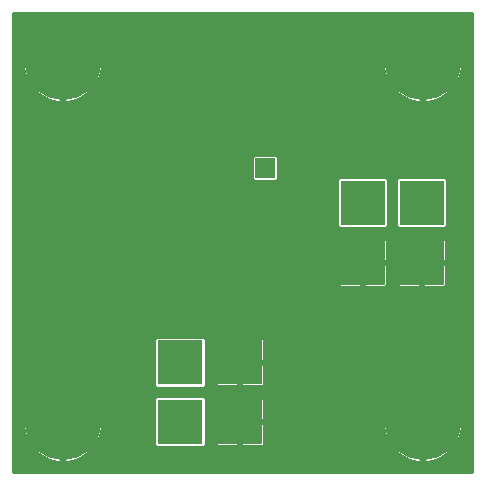
<source format=gbr>
G75*
G70*
%OFA0B0*%
%FSLAX24Y24*%
%IPPOS*%
%LPD*%
%AMOC8*
5,1,8,0,0,1.08239X$1,22.5*
%
%ADD10R,0.1500X0.1500*%
%ADD11C,0.2540*%
%ADD12R,0.0650X0.0650*%
%ADD13C,0.0100*%
%ADD14C,0.0278*%
%ADD15C,0.0357*%
D10*
X006354Y005661D03*
X006354Y007630D03*
X008354Y007630D03*
X008354Y005661D03*
X012448Y010960D03*
X012448Y012960D03*
X014417Y012960D03*
X014417Y010960D03*
D11*
X014448Y005630D03*
X014448Y017630D03*
X002448Y017630D03*
X002448Y005630D03*
D12*
X009189Y014102D03*
D13*
X000798Y019280D02*
X000798Y003980D01*
X016098Y003980D01*
X016098Y019280D01*
X000798Y019280D01*
X000798Y019193D02*
X016098Y019193D01*
X016098Y019094D02*
X000798Y019094D01*
X000798Y018996D02*
X016098Y018996D01*
X016098Y018897D02*
X014817Y018897D01*
X014770Y018912D02*
X014642Y018937D01*
X014513Y018950D01*
X014498Y018950D01*
X014498Y017680D01*
X014398Y017680D01*
X014398Y018950D01*
X014384Y018950D01*
X014255Y018937D01*
X014127Y018912D01*
X014003Y018874D01*
X013883Y018824D01*
X013769Y018763D01*
X013661Y018691D01*
X013561Y018609D01*
X013469Y018517D01*
X013387Y018417D01*
X013315Y018309D01*
X013254Y018195D01*
X013204Y018075D01*
X013166Y017951D01*
X013141Y017823D01*
X013128Y017694D01*
X013128Y017680D01*
X014398Y017680D01*
X014398Y017580D01*
X013128Y017580D01*
X013128Y017565D01*
X013141Y017436D01*
X013166Y017308D01*
X013204Y017184D01*
X013254Y017064D01*
X013315Y016950D01*
X013387Y016842D01*
X013469Y016742D01*
X013561Y016650D01*
X013661Y016568D01*
X013769Y016496D01*
X013883Y016435D01*
X014003Y016385D01*
X014127Y016348D01*
X014255Y016322D01*
X014384Y016310D01*
X014398Y016310D01*
X014398Y017580D01*
X014498Y017580D01*
X014498Y017680D01*
X015768Y017680D01*
X015768Y017694D01*
X015756Y017823D01*
X015730Y017951D01*
X015693Y018075D01*
X015643Y018195D01*
X015582Y018309D01*
X015510Y018417D01*
X015428Y018517D01*
X015336Y018609D01*
X015236Y018691D01*
X015128Y018763D01*
X015013Y018824D01*
X014894Y018874D01*
X014770Y018912D01*
X015061Y018799D02*
X016098Y018799D01*
X016098Y018700D02*
X015222Y018700D01*
X015343Y018602D02*
X016098Y018602D01*
X016098Y018503D02*
X015439Y018503D01*
X015518Y018405D02*
X016098Y018405D01*
X016098Y018306D02*
X015584Y018306D01*
X015636Y018208D02*
X016098Y018208D01*
X016098Y018109D02*
X015679Y018109D01*
X015712Y018011D02*
X016098Y018011D01*
X016098Y017912D02*
X015738Y017912D01*
X015757Y017814D02*
X016098Y017814D01*
X016098Y017715D02*
X015766Y017715D01*
X015768Y017580D02*
X014498Y017580D01*
X014498Y016310D01*
X014513Y016310D01*
X014642Y016322D01*
X014770Y016348D01*
X014894Y016385D01*
X015013Y016435D01*
X016098Y016435D01*
X016098Y016533D02*
X015183Y016533D01*
X015236Y016568D02*
X015336Y016650D01*
X015428Y016742D01*
X015510Y016842D01*
X015582Y016950D01*
X015643Y017064D01*
X015693Y017184D01*
X015730Y017308D01*
X015756Y017436D01*
X015768Y017565D01*
X015768Y017580D01*
X015764Y017518D02*
X016098Y017518D01*
X016098Y017420D02*
X015753Y017420D01*
X015733Y017321D02*
X016098Y017321D01*
X016098Y017223D02*
X015704Y017223D01*
X015668Y017124D02*
X016098Y017124D01*
X016098Y017026D02*
X015622Y017026D01*
X015567Y016927D02*
X016098Y016927D01*
X016098Y016829D02*
X015499Y016829D01*
X015416Y016730D02*
X016098Y016730D01*
X016098Y016632D02*
X015313Y016632D01*
X015236Y016568D02*
X015128Y016496D01*
X015013Y016435D01*
X014712Y016336D02*
X016098Y016336D01*
X016098Y016238D02*
X000798Y016238D01*
X000798Y016336D02*
X002185Y016336D01*
X002127Y016348D02*
X002255Y016322D01*
X002384Y016310D01*
X002398Y016310D01*
X002398Y017580D01*
X001128Y017580D01*
X001128Y017565D01*
X001141Y017436D01*
X001166Y017308D01*
X001204Y017184D01*
X001254Y017064D01*
X001315Y016950D01*
X001387Y016842D01*
X001469Y016742D01*
X001561Y016650D01*
X001661Y016568D01*
X001769Y016496D01*
X001883Y016435D01*
X002003Y016385D01*
X002127Y016348D01*
X001884Y016435D02*
X000798Y016435D01*
X000798Y016533D02*
X001713Y016533D01*
X001584Y016632D02*
X000798Y016632D01*
X000798Y016730D02*
X001481Y016730D01*
X001398Y016829D02*
X000798Y016829D01*
X000798Y016927D02*
X001330Y016927D01*
X001275Y017026D02*
X000798Y017026D01*
X000798Y017124D02*
X001229Y017124D01*
X001192Y017223D02*
X000798Y017223D01*
X000798Y017321D02*
X001164Y017321D01*
X001144Y017420D02*
X000798Y017420D01*
X000798Y017518D02*
X001133Y017518D01*
X001128Y017680D02*
X002398Y017680D01*
X002398Y018950D01*
X002384Y018950D01*
X002255Y018937D01*
X002127Y018912D01*
X002003Y018874D01*
X001883Y018824D01*
X001769Y018763D01*
X001661Y018691D01*
X001561Y018609D01*
X001469Y018517D01*
X001387Y018417D01*
X001315Y018309D01*
X001254Y018195D01*
X001204Y018075D01*
X001166Y017951D01*
X001141Y017823D01*
X001128Y017694D01*
X001128Y017680D01*
X001130Y017715D02*
X000798Y017715D01*
X000798Y017617D02*
X002398Y017617D01*
X002398Y017580D02*
X002398Y017680D01*
X002498Y017680D01*
X002498Y018950D01*
X002513Y018950D01*
X002642Y018937D01*
X002770Y018912D01*
X002894Y018874D01*
X003013Y018824D01*
X003128Y018763D01*
X003236Y018691D01*
X003336Y018609D01*
X003428Y018517D01*
X003510Y018417D01*
X003582Y018309D01*
X003643Y018195D01*
X003693Y018075D01*
X003730Y017951D01*
X003756Y017823D01*
X003768Y017694D01*
X003768Y017680D01*
X002498Y017680D01*
X002498Y017580D01*
X003768Y017580D01*
X003768Y017565D01*
X003756Y017436D01*
X003730Y017308D01*
X003693Y017184D01*
X003643Y017064D01*
X003582Y016950D01*
X003510Y016842D01*
X003428Y016742D01*
X003336Y016650D01*
X003236Y016568D01*
X003128Y016496D01*
X003013Y016435D01*
X013884Y016435D01*
X013713Y016533D02*
X003183Y016533D01*
X003313Y016632D02*
X013584Y016632D01*
X013481Y016730D02*
X003416Y016730D01*
X003499Y016829D02*
X013398Y016829D01*
X013330Y016927D02*
X003567Y016927D01*
X003622Y017026D02*
X013275Y017026D01*
X013229Y017124D02*
X003668Y017124D01*
X003704Y017223D02*
X013192Y017223D01*
X013164Y017321D02*
X003733Y017321D01*
X003753Y017420D02*
X013144Y017420D01*
X013133Y017518D02*
X003764Y017518D01*
X003766Y017715D02*
X013130Y017715D01*
X013140Y017814D02*
X003757Y017814D01*
X003738Y017912D02*
X013159Y017912D01*
X013185Y018011D02*
X003712Y018011D01*
X003679Y018109D02*
X013218Y018109D01*
X013261Y018208D02*
X003636Y018208D01*
X003584Y018306D02*
X013313Y018306D01*
X013379Y018405D02*
X003518Y018405D01*
X003439Y018503D02*
X013458Y018503D01*
X013554Y018602D02*
X003343Y018602D01*
X003222Y018700D02*
X013675Y018700D01*
X013835Y018799D02*
X003061Y018799D01*
X002817Y018897D02*
X014080Y018897D01*
X014398Y018897D02*
X014498Y018897D01*
X014498Y018799D02*
X014398Y018799D01*
X014398Y018700D02*
X014498Y018700D01*
X014498Y018602D02*
X014398Y018602D01*
X014398Y018503D02*
X014498Y018503D01*
X014498Y018405D02*
X014398Y018405D01*
X014398Y018306D02*
X014498Y018306D01*
X014498Y018208D02*
X014398Y018208D01*
X014398Y018109D02*
X014498Y018109D01*
X014498Y018011D02*
X014398Y018011D01*
X014398Y017912D02*
X014498Y017912D01*
X014498Y017814D02*
X014398Y017814D01*
X014398Y017715D02*
X014498Y017715D01*
X014498Y017617D02*
X016098Y017617D01*
X016098Y016139D02*
X000798Y016139D01*
X000798Y016041D02*
X016098Y016041D01*
X016098Y015942D02*
X000798Y015942D01*
X000798Y015844D02*
X016098Y015844D01*
X016098Y015745D02*
X000798Y015745D01*
X000798Y015647D02*
X016098Y015647D01*
X016098Y015548D02*
X000798Y015548D01*
X000798Y015450D02*
X016098Y015450D01*
X016098Y015351D02*
X000798Y015351D01*
X000798Y015253D02*
X016098Y015253D01*
X016098Y015154D02*
X000798Y015154D01*
X000798Y015056D02*
X016098Y015056D01*
X016098Y014957D02*
X000798Y014957D01*
X000798Y014859D02*
X016098Y014859D01*
X016098Y014760D02*
X000798Y014760D01*
X000798Y014662D02*
X016098Y014662D01*
X016098Y014563D02*
X000798Y014563D01*
X000798Y014465D02*
X008754Y014465D01*
X008754Y014473D02*
X008754Y013731D01*
X008818Y013667D01*
X009559Y013667D01*
X009624Y013731D01*
X009624Y014473D01*
X009559Y014537D01*
X008818Y014537D01*
X008754Y014473D01*
X008754Y014366D02*
X000798Y014366D01*
X000798Y014268D02*
X008754Y014268D01*
X008754Y014169D02*
X000798Y014169D01*
X000798Y014071D02*
X008754Y014071D01*
X008754Y013972D02*
X000798Y013972D01*
X000798Y013874D02*
X008754Y013874D01*
X008754Y013775D02*
X000798Y013775D01*
X000798Y013677D02*
X008808Y013677D01*
X009569Y013677D02*
X011588Y013677D01*
X011588Y013756D02*
X011653Y013820D01*
X013244Y013820D01*
X013308Y013756D01*
X013308Y012165D01*
X013244Y012100D01*
X011653Y012100D01*
X011588Y012165D01*
X011588Y013756D01*
X011608Y013775D02*
X009624Y013775D01*
X009624Y013874D02*
X016098Y013874D01*
X016098Y013972D02*
X009624Y013972D01*
X009624Y014071D02*
X016098Y014071D01*
X016098Y014169D02*
X009624Y014169D01*
X009624Y014268D02*
X016098Y014268D01*
X016098Y014366D02*
X009624Y014366D01*
X009624Y014465D02*
X016098Y014465D01*
X016098Y013775D02*
X015258Y013775D01*
X015277Y013756D02*
X015212Y013820D01*
X013621Y013820D01*
X013557Y013756D01*
X013557Y012165D01*
X013621Y012100D01*
X015212Y012100D01*
X015277Y012165D01*
X015277Y013756D01*
X015277Y013677D02*
X016098Y013677D01*
X016098Y013578D02*
X015277Y013578D01*
X015277Y013480D02*
X016098Y013480D01*
X016098Y013381D02*
X015277Y013381D01*
X015277Y013283D02*
X016098Y013283D01*
X016098Y013184D02*
X015277Y013184D01*
X015277Y013086D02*
X016098Y013086D01*
X016098Y012987D02*
X015277Y012987D01*
X015277Y012889D02*
X016098Y012889D01*
X016098Y012790D02*
X015277Y012790D01*
X015277Y012692D02*
X016098Y012692D01*
X016098Y012593D02*
X015277Y012593D01*
X015277Y012495D02*
X016098Y012495D01*
X016098Y012396D02*
X015277Y012396D01*
X015277Y012298D02*
X016098Y012298D01*
X016098Y012199D02*
X015277Y012199D01*
X015213Y012101D02*
X016098Y012101D01*
X016098Y012002D02*
X000798Y012002D01*
X000798Y011904D02*
X016098Y011904D01*
X016098Y011805D02*
X000798Y011805D01*
X000798Y011707D02*
X011648Y011707D01*
X011648Y011720D02*
X011648Y011010D01*
X012398Y011010D01*
X012398Y010910D01*
X011648Y010910D01*
X011648Y010200D01*
X011656Y010182D01*
X011670Y010168D01*
X011688Y010160D01*
X012398Y010160D01*
X012398Y010910D01*
X012498Y010910D01*
X012498Y010160D01*
X013208Y010160D01*
X013227Y010168D01*
X013241Y010182D01*
X013248Y010200D01*
X013248Y010910D01*
X012498Y010910D01*
X012498Y011010D01*
X012398Y011010D01*
X012398Y011760D01*
X011688Y011760D01*
X011670Y011753D01*
X011656Y011739D01*
X011648Y011720D01*
X011648Y011608D02*
X000798Y011608D01*
X000798Y011510D02*
X011648Y011510D01*
X011648Y011411D02*
X000798Y011411D01*
X000798Y011313D02*
X011648Y011313D01*
X011648Y011214D02*
X000798Y011214D01*
X000798Y011116D02*
X011648Y011116D01*
X011648Y011017D02*
X000798Y011017D01*
X000798Y010919D02*
X012398Y010919D01*
X012398Y011017D02*
X012498Y011017D01*
X012498Y011010D02*
X012498Y011760D01*
X013208Y011760D01*
X013227Y011753D01*
X013241Y011739D01*
X013248Y011720D01*
X013248Y011010D01*
X012498Y011010D01*
X012498Y010919D02*
X014367Y010919D01*
X014367Y010910D02*
X013617Y010910D01*
X013617Y010200D01*
X013625Y010182D01*
X013639Y010168D01*
X013657Y010160D01*
X014367Y010160D01*
X014367Y010910D01*
X014467Y010910D01*
X014467Y010160D01*
X015177Y010160D01*
X015195Y010168D01*
X015209Y010182D01*
X015217Y010200D01*
X015217Y010910D01*
X014467Y010910D01*
X014467Y011010D01*
X015217Y011010D01*
X015217Y011720D01*
X015209Y011739D01*
X015195Y011753D01*
X015177Y011760D01*
X014467Y011760D01*
X014467Y011010D01*
X014367Y011010D01*
X014367Y010910D01*
X014367Y010820D02*
X014467Y010820D01*
X014467Y010722D02*
X014367Y010722D01*
X014367Y010623D02*
X014467Y010623D01*
X014467Y010525D02*
X014367Y010525D01*
X014367Y010426D02*
X014467Y010426D01*
X014467Y010328D02*
X014367Y010328D01*
X014367Y010229D02*
X014467Y010229D01*
X014467Y010919D02*
X016098Y010919D01*
X016098Y011017D02*
X015217Y011017D01*
X015217Y011116D02*
X016098Y011116D01*
X016098Y011214D02*
X015217Y011214D01*
X015217Y011313D02*
X016098Y011313D01*
X016098Y011411D02*
X015217Y011411D01*
X015217Y011510D02*
X016098Y011510D01*
X016098Y011608D02*
X015217Y011608D01*
X015217Y011707D02*
X016098Y011707D01*
X016098Y010820D02*
X015217Y010820D01*
X015217Y010722D02*
X016098Y010722D01*
X016098Y010623D02*
X015217Y010623D01*
X015217Y010525D02*
X016098Y010525D01*
X016098Y010426D02*
X015217Y010426D01*
X015217Y010328D02*
X016098Y010328D01*
X016098Y010229D02*
X015217Y010229D01*
X016098Y010131D02*
X000798Y010131D01*
X000798Y010229D02*
X011648Y010229D01*
X011648Y010328D02*
X000798Y010328D01*
X000798Y010426D02*
X011648Y010426D01*
X011648Y010525D02*
X000798Y010525D01*
X000798Y010623D02*
X011648Y010623D01*
X011648Y010722D02*
X000798Y010722D01*
X000798Y010820D02*
X011648Y010820D01*
X012398Y010820D02*
X012498Y010820D01*
X012498Y010722D02*
X012398Y010722D01*
X012398Y010623D02*
X012498Y010623D01*
X012498Y010525D02*
X012398Y010525D01*
X012398Y010426D02*
X012498Y010426D01*
X012498Y010328D02*
X012398Y010328D01*
X012398Y010229D02*
X012498Y010229D01*
X013248Y010229D02*
X013617Y010229D01*
X013617Y010328D02*
X013248Y010328D01*
X013248Y010426D02*
X013617Y010426D01*
X013617Y010525D02*
X013248Y010525D01*
X013248Y010623D02*
X013617Y010623D01*
X013617Y010722D02*
X013248Y010722D01*
X013248Y010820D02*
X013617Y010820D01*
X013617Y011010D02*
X014367Y011010D01*
X014367Y011760D01*
X013657Y011760D01*
X013639Y011753D01*
X013625Y011739D01*
X013617Y011720D01*
X013617Y011010D01*
X013617Y011017D02*
X013248Y011017D01*
X013248Y011116D02*
X013617Y011116D01*
X013617Y011214D02*
X013248Y011214D01*
X013248Y011313D02*
X013617Y011313D01*
X013617Y011411D02*
X013248Y011411D01*
X013248Y011510D02*
X013617Y011510D01*
X013617Y011608D02*
X013248Y011608D01*
X013248Y011707D02*
X013617Y011707D01*
X013621Y012101D02*
X013244Y012101D01*
X013308Y012199D02*
X013557Y012199D01*
X013557Y012298D02*
X013308Y012298D01*
X013308Y012396D02*
X013557Y012396D01*
X013557Y012495D02*
X013308Y012495D01*
X013308Y012593D02*
X013557Y012593D01*
X013557Y012692D02*
X013308Y012692D01*
X013308Y012790D02*
X013557Y012790D01*
X013557Y012889D02*
X013308Y012889D01*
X013308Y012987D02*
X013557Y012987D01*
X013557Y013086D02*
X013308Y013086D01*
X013308Y013184D02*
X013557Y013184D01*
X013557Y013283D02*
X013308Y013283D01*
X013308Y013381D02*
X013557Y013381D01*
X013557Y013480D02*
X013308Y013480D01*
X013308Y013578D02*
X013557Y013578D01*
X013557Y013677D02*
X013308Y013677D01*
X013289Y013775D02*
X013576Y013775D01*
X014367Y011707D02*
X014467Y011707D01*
X014467Y011608D02*
X014367Y011608D01*
X014367Y011510D02*
X014467Y011510D01*
X014467Y011411D02*
X014367Y011411D01*
X014367Y011313D02*
X014467Y011313D01*
X014467Y011214D02*
X014367Y011214D01*
X014367Y011116D02*
X014467Y011116D01*
X014467Y011017D02*
X014367Y011017D01*
X016098Y010032D02*
X000798Y010032D01*
X000798Y009934D02*
X016098Y009934D01*
X016098Y009835D02*
X000798Y009835D01*
X000798Y009737D02*
X016098Y009737D01*
X016098Y009638D02*
X000798Y009638D01*
X000798Y009540D02*
X016098Y009540D01*
X016098Y009441D02*
X000798Y009441D01*
X000798Y009343D02*
X016098Y009343D01*
X016098Y009244D02*
X000798Y009244D01*
X000798Y009146D02*
X016098Y009146D01*
X016098Y009047D02*
X000798Y009047D01*
X000798Y008949D02*
X016098Y008949D01*
X016098Y008850D02*
X000798Y008850D01*
X000798Y008752D02*
X016098Y008752D01*
X016098Y008653D02*
X000798Y008653D01*
X000798Y008555D02*
X016098Y008555D01*
X016098Y008456D02*
X007183Y008456D01*
X007214Y008425D02*
X007150Y008490D01*
X005558Y008490D01*
X005494Y008425D01*
X005494Y006834D01*
X005558Y006770D01*
X007150Y006770D01*
X007214Y006834D01*
X007214Y008425D01*
X007214Y008358D02*
X007554Y008358D01*
X007554Y008389D02*
X007554Y007680D01*
X008304Y007680D01*
X008304Y008430D01*
X007594Y008430D01*
X007576Y008422D01*
X007562Y008408D01*
X007554Y008389D01*
X007554Y008259D02*
X007214Y008259D01*
X007214Y008161D02*
X007554Y008161D01*
X007554Y008062D02*
X007214Y008062D01*
X007214Y007964D02*
X007554Y007964D01*
X007554Y007865D02*
X007214Y007865D01*
X007214Y007767D02*
X007554Y007767D01*
X007554Y007580D02*
X007554Y006870D01*
X007562Y006851D01*
X007576Y006837D01*
X007594Y006830D01*
X008304Y006830D01*
X008304Y007580D01*
X007554Y007580D01*
X007554Y007570D02*
X007214Y007570D01*
X007214Y007668D02*
X008304Y007668D01*
X008304Y007680D02*
X008304Y007580D01*
X008404Y007580D01*
X008404Y007680D01*
X008304Y007680D01*
X008304Y007767D02*
X008404Y007767D01*
X008404Y007680D02*
X008404Y008430D01*
X009114Y008430D01*
X009132Y008422D01*
X009146Y008408D01*
X009154Y008389D01*
X009154Y007680D01*
X008404Y007680D01*
X008404Y007668D02*
X016098Y007668D01*
X016098Y007570D02*
X009154Y007570D01*
X009154Y007580D02*
X008404Y007580D01*
X008404Y006830D01*
X009114Y006830D01*
X009132Y006837D01*
X009146Y006851D01*
X009154Y006870D01*
X009154Y007580D01*
X009154Y007471D02*
X016098Y007471D01*
X016098Y007373D02*
X009154Y007373D01*
X009154Y007274D02*
X016098Y007274D01*
X016098Y007176D02*
X009154Y007176D01*
X009154Y007077D02*
X016098Y007077D01*
X016098Y006979D02*
X009154Y006979D01*
X009154Y006880D02*
X014024Y006880D01*
X014003Y006874D02*
X013883Y006824D01*
X013769Y006763D01*
X013661Y006691D01*
X013561Y006609D01*
X013469Y006517D01*
X013387Y006417D01*
X013315Y006309D01*
X013254Y006195D01*
X013204Y006075D01*
X013166Y005951D01*
X013141Y005823D01*
X013128Y005694D01*
X013128Y005680D01*
X014398Y005680D01*
X014398Y006950D01*
X014384Y006950D01*
X014255Y006937D01*
X014127Y006912D01*
X014003Y006874D01*
X013803Y006782D02*
X007162Y006782D01*
X007214Y006880D02*
X007554Y006880D01*
X007554Y006979D02*
X007214Y006979D01*
X007214Y007077D02*
X007554Y007077D01*
X007554Y007176D02*
X007214Y007176D01*
X007214Y007274D02*
X007554Y007274D01*
X007554Y007373D02*
X007214Y007373D01*
X007214Y007471D02*
X007554Y007471D01*
X008304Y007471D02*
X008404Y007471D01*
X008404Y007373D02*
X008304Y007373D01*
X008304Y007274D02*
X008404Y007274D01*
X008404Y007176D02*
X008304Y007176D01*
X008304Y007077D02*
X008404Y007077D01*
X008404Y006979D02*
X008304Y006979D01*
X008304Y006880D02*
X008404Y006880D01*
X008404Y006461D02*
X008404Y005711D01*
X009154Y005711D01*
X009154Y006421D01*
X009146Y006439D01*
X009132Y006453D01*
X009114Y006461D01*
X008404Y006461D01*
X008404Y006388D02*
X008304Y006388D01*
X008304Y006461D02*
X007594Y006461D01*
X007576Y006453D01*
X007562Y006439D01*
X007554Y006421D01*
X007554Y005711D01*
X008304Y005711D01*
X008304Y006461D01*
X008304Y006289D02*
X008404Y006289D01*
X008404Y006191D02*
X008304Y006191D01*
X008304Y006092D02*
X008404Y006092D01*
X008404Y005994D02*
X008304Y005994D01*
X008304Y005895D02*
X008404Y005895D01*
X008404Y005797D02*
X008304Y005797D01*
X008304Y005711D02*
X008404Y005711D01*
X008404Y005611D01*
X009154Y005611D01*
X009154Y004901D01*
X009146Y004883D01*
X009132Y004869D01*
X009114Y004861D01*
X008404Y004861D01*
X008404Y005611D01*
X008304Y005611D01*
X008304Y004861D01*
X007594Y004861D01*
X007576Y004869D01*
X007562Y004883D01*
X007554Y004901D01*
X007554Y005611D01*
X008304Y005611D01*
X008304Y005711D01*
X008304Y005698D02*
X007214Y005698D01*
X007214Y005600D02*
X007554Y005600D01*
X007554Y005501D02*
X007214Y005501D01*
X007214Y005403D02*
X007554Y005403D01*
X007554Y005304D02*
X007214Y005304D01*
X007214Y005206D02*
X007554Y005206D01*
X007554Y005107D02*
X007214Y005107D01*
X007214Y005009D02*
X007554Y005009D01*
X007554Y004910D02*
X007214Y004910D01*
X007214Y004865D02*
X007214Y006457D01*
X007150Y006521D01*
X005558Y006521D01*
X005494Y006457D01*
X005494Y004865D01*
X005558Y004801D01*
X007150Y004801D01*
X007214Y004865D01*
X007160Y004812D02*
X013412Y004812D01*
X013387Y004842D02*
X013469Y004742D01*
X013561Y004650D01*
X013661Y004568D01*
X013769Y004496D01*
X013883Y004435D01*
X014003Y004385D01*
X014127Y004348D01*
X014255Y004322D01*
X014384Y004310D01*
X014398Y004310D01*
X014398Y005580D01*
X013128Y005580D01*
X013128Y005565D01*
X013141Y005436D01*
X013166Y005308D01*
X013204Y005184D01*
X013254Y005064D01*
X013315Y004950D01*
X013387Y004842D01*
X013342Y004910D02*
X009154Y004910D01*
X009154Y005009D02*
X013284Y005009D01*
X013236Y005107D02*
X009154Y005107D01*
X009154Y005206D02*
X013198Y005206D01*
X013168Y005304D02*
X009154Y005304D01*
X009154Y005403D02*
X013148Y005403D01*
X013135Y005501D02*
X009154Y005501D01*
X009154Y005600D02*
X014398Y005600D01*
X014398Y005580D02*
X014398Y005680D01*
X014498Y005680D01*
X014498Y006950D01*
X014513Y006950D01*
X014642Y006937D01*
X014770Y006912D01*
X014894Y006874D01*
X015013Y006824D01*
X015128Y006763D01*
X015236Y006691D01*
X015336Y006609D01*
X015428Y006517D01*
X015510Y006417D01*
X015582Y006309D01*
X015643Y006195D01*
X015693Y006075D01*
X015730Y005951D01*
X015756Y005823D01*
X015768Y005694D01*
X015768Y005680D01*
X014498Y005680D01*
X014498Y005580D01*
X015768Y005580D01*
X015768Y005565D01*
X015756Y005436D01*
X015730Y005308D01*
X015693Y005184D01*
X015643Y005064D01*
X015582Y004950D01*
X015510Y004842D01*
X015428Y004742D01*
X015336Y004650D01*
X015236Y004568D01*
X015128Y004496D01*
X015013Y004435D01*
X014894Y004385D01*
X014770Y004348D01*
X014642Y004322D01*
X014513Y004310D01*
X014498Y004310D01*
X014498Y005580D01*
X014398Y005580D01*
X014398Y005501D02*
X014498Y005501D01*
X014498Y005403D02*
X014398Y005403D01*
X014398Y005304D02*
X014498Y005304D01*
X014498Y005206D02*
X014398Y005206D01*
X014398Y005107D02*
X014498Y005107D01*
X014498Y005009D02*
X014398Y005009D01*
X014398Y004910D02*
X014498Y004910D01*
X014498Y004812D02*
X014398Y004812D01*
X014398Y004713D02*
X014498Y004713D01*
X014498Y004615D02*
X014398Y004615D01*
X014398Y004516D02*
X014498Y004516D01*
X014498Y004418D02*
X014398Y004418D01*
X014398Y004319D02*
X014498Y004319D01*
X014610Y004319D02*
X016098Y004319D01*
X016098Y004221D02*
X000798Y004221D01*
X000798Y004319D02*
X002287Y004319D01*
X002255Y004322D02*
X002384Y004310D01*
X002398Y004310D01*
X002398Y005580D01*
X001128Y005580D01*
X001128Y005565D01*
X001141Y005436D01*
X001166Y005308D01*
X001204Y005184D01*
X001254Y005064D01*
X001315Y004950D01*
X001387Y004842D01*
X001469Y004742D01*
X001561Y004650D01*
X001661Y004568D01*
X001769Y004496D01*
X001883Y004435D01*
X002003Y004385D01*
X002127Y004348D01*
X002255Y004322D01*
X002398Y004319D02*
X002498Y004319D01*
X002498Y004310D02*
X002513Y004310D01*
X002642Y004322D01*
X002770Y004348D01*
X002894Y004385D01*
X003013Y004435D01*
X003128Y004496D01*
X003236Y004568D01*
X003336Y004650D01*
X003428Y004742D01*
X003510Y004842D01*
X003582Y004950D01*
X003643Y005064D01*
X003693Y005184D01*
X003730Y005308D01*
X003756Y005436D01*
X003768Y005565D01*
X003768Y005580D01*
X002498Y005580D01*
X002498Y005680D01*
X002398Y005680D01*
X002398Y006950D01*
X002384Y006950D01*
X002255Y006937D01*
X002127Y006912D01*
X002003Y006874D01*
X001883Y006824D01*
X001769Y006763D01*
X001661Y006691D01*
X001561Y006609D01*
X001469Y006517D01*
X001387Y006417D01*
X001315Y006309D01*
X001254Y006195D01*
X001204Y006075D01*
X001166Y005951D01*
X001141Y005823D01*
X001128Y005694D01*
X001128Y005680D01*
X002398Y005680D01*
X002398Y005580D01*
X002498Y005580D01*
X002498Y004310D01*
X002498Y004418D02*
X002398Y004418D01*
X002398Y004516D02*
X002498Y004516D01*
X002498Y004615D02*
X002398Y004615D01*
X002398Y004713D02*
X002498Y004713D01*
X002498Y004812D02*
X002398Y004812D01*
X002398Y004910D02*
X002498Y004910D01*
X002498Y005009D02*
X002398Y005009D01*
X002398Y005107D02*
X002498Y005107D01*
X002498Y005206D02*
X002398Y005206D01*
X002398Y005304D02*
X002498Y005304D01*
X002498Y005403D02*
X002398Y005403D01*
X002398Y005501D02*
X002498Y005501D01*
X002498Y005600D02*
X005494Y005600D01*
X005494Y005698D02*
X003768Y005698D01*
X003768Y005694D02*
X003756Y005823D01*
X003730Y005951D01*
X003693Y006075D01*
X003643Y006195D01*
X003582Y006309D01*
X003510Y006417D01*
X003428Y006517D01*
X003336Y006609D01*
X003236Y006691D01*
X003128Y006763D01*
X003013Y006824D01*
X002894Y006874D01*
X002770Y006912D01*
X002642Y006937D01*
X002513Y006950D01*
X002498Y006950D01*
X002498Y005680D01*
X003768Y005680D01*
X003768Y005694D01*
X003758Y005797D02*
X005494Y005797D01*
X005494Y005895D02*
X003741Y005895D01*
X003717Y005994D02*
X005494Y005994D01*
X005494Y006092D02*
X003686Y006092D01*
X003645Y006191D02*
X005494Y006191D01*
X005494Y006289D02*
X003593Y006289D01*
X003529Y006388D02*
X005494Y006388D01*
X005523Y006486D02*
X003453Y006486D01*
X003360Y006585D02*
X013537Y006585D01*
X013444Y006486D02*
X007184Y006486D01*
X007214Y006388D02*
X007554Y006388D01*
X007554Y006289D02*
X007214Y006289D01*
X007214Y006191D02*
X007554Y006191D01*
X007554Y006092D02*
X007214Y006092D01*
X007214Y005994D02*
X007554Y005994D01*
X007554Y005895D02*
X007214Y005895D01*
X007214Y005797D02*
X007554Y005797D01*
X008304Y005600D02*
X008404Y005600D01*
X008404Y005698D02*
X013129Y005698D01*
X013138Y005797D02*
X009154Y005797D01*
X009154Y005895D02*
X013155Y005895D01*
X013179Y005994D02*
X009154Y005994D01*
X009154Y006092D02*
X013211Y006092D01*
X013252Y006191D02*
X009154Y006191D01*
X009154Y006289D02*
X013304Y006289D01*
X013367Y006388D02*
X009154Y006388D01*
X008404Y005501D02*
X008304Y005501D01*
X008304Y005403D02*
X008404Y005403D01*
X008404Y005304D02*
X008304Y005304D01*
X008304Y005206D02*
X008404Y005206D01*
X008404Y005107D02*
X008304Y005107D01*
X008304Y005009D02*
X008404Y005009D01*
X008404Y004910D02*
X008304Y004910D01*
X008304Y007570D02*
X008404Y007570D01*
X008404Y007865D02*
X008304Y007865D01*
X008304Y007964D02*
X008404Y007964D01*
X008404Y008062D02*
X008304Y008062D01*
X008304Y008161D02*
X008404Y008161D01*
X008404Y008259D02*
X008304Y008259D01*
X008304Y008358D02*
X008404Y008358D01*
X009154Y008358D02*
X016098Y008358D01*
X016098Y008259D02*
X009154Y008259D01*
X009154Y008161D02*
X016098Y008161D01*
X016098Y008062D02*
X009154Y008062D01*
X009154Y007964D02*
X016098Y007964D01*
X016098Y007865D02*
X009154Y007865D01*
X009154Y007767D02*
X016098Y007767D01*
X016098Y006880D02*
X014873Y006880D01*
X015093Y006782D02*
X016098Y006782D01*
X016098Y006683D02*
X015245Y006683D01*
X015360Y006585D02*
X016098Y006585D01*
X016098Y006486D02*
X015453Y006486D01*
X015529Y006388D02*
X016098Y006388D01*
X016098Y006289D02*
X015593Y006289D01*
X015645Y006191D02*
X016098Y006191D01*
X016098Y006092D02*
X015686Y006092D01*
X015717Y005994D02*
X016098Y005994D01*
X016098Y005895D02*
X015741Y005895D01*
X015758Y005797D02*
X016098Y005797D01*
X016098Y005698D02*
X015768Y005698D01*
X015762Y005501D02*
X016098Y005501D01*
X016098Y005403D02*
X015749Y005403D01*
X015729Y005304D02*
X016098Y005304D01*
X016098Y005206D02*
X015699Y005206D01*
X015661Y005107D02*
X016098Y005107D01*
X016098Y005009D02*
X015613Y005009D01*
X015555Y004910D02*
X016098Y004910D01*
X016098Y004812D02*
X015485Y004812D01*
X015399Y004713D02*
X016098Y004713D01*
X016098Y004615D02*
X015292Y004615D01*
X015158Y004516D02*
X016098Y004516D01*
X016098Y004418D02*
X014972Y004418D01*
X014287Y004319D02*
X002610Y004319D01*
X002972Y004418D02*
X013925Y004418D01*
X013739Y004516D02*
X003158Y004516D01*
X003292Y004615D02*
X013604Y004615D01*
X013498Y004713D02*
X003399Y004713D01*
X003485Y004812D02*
X005548Y004812D01*
X005494Y004910D02*
X003555Y004910D01*
X003613Y005009D02*
X005494Y005009D01*
X005494Y005107D02*
X003661Y005107D01*
X003699Y005206D02*
X005494Y005206D01*
X005494Y005304D02*
X003729Y005304D01*
X003749Y005403D02*
X005494Y005403D01*
X005494Y005501D02*
X003762Y005501D01*
X003245Y006683D02*
X013651Y006683D01*
X014398Y006683D02*
X014498Y006683D01*
X014498Y006585D02*
X014398Y006585D01*
X014398Y006486D02*
X014498Y006486D01*
X014498Y006388D02*
X014398Y006388D01*
X014398Y006289D02*
X014498Y006289D01*
X014498Y006191D02*
X014398Y006191D01*
X014398Y006092D02*
X014498Y006092D01*
X014498Y005994D02*
X014398Y005994D01*
X014398Y005895D02*
X014498Y005895D01*
X014498Y005797D02*
X014398Y005797D01*
X014398Y005698D02*
X014498Y005698D01*
X014498Y005600D02*
X016098Y005600D01*
X016098Y004122D02*
X000798Y004122D01*
X000798Y004024D02*
X016098Y004024D01*
X014498Y006782D02*
X014398Y006782D01*
X014398Y006880D02*
X014498Y006880D01*
X012498Y011116D02*
X012398Y011116D01*
X012398Y011214D02*
X012498Y011214D01*
X012498Y011313D02*
X012398Y011313D01*
X012398Y011411D02*
X012498Y011411D01*
X012498Y011510D02*
X012398Y011510D01*
X012398Y011608D02*
X012498Y011608D01*
X012498Y011707D02*
X012398Y011707D01*
X011653Y012101D02*
X000798Y012101D01*
X000798Y012199D02*
X011588Y012199D01*
X011588Y012298D02*
X000798Y012298D01*
X000798Y012396D02*
X011588Y012396D01*
X011588Y012495D02*
X000798Y012495D01*
X000798Y012593D02*
X011588Y012593D01*
X011588Y012692D02*
X000798Y012692D01*
X000798Y012790D02*
X011588Y012790D01*
X011588Y012889D02*
X000798Y012889D01*
X000798Y012987D02*
X011588Y012987D01*
X011588Y013086D02*
X000798Y013086D01*
X000798Y013184D02*
X011588Y013184D01*
X011588Y013283D02*
X000798Y013283D01*
X000798Y013381D02*
X011588Y013381D01*
X011588Y013480D02*
X000798Y013480D01*
X000798Y013578D02*
X011588Y013578D01*
X014185Y016336D02*
X002712Y016336D01*
X002770Y016348D02*
X002894Y016385D01*
X003013Y016435D01*
X002770Y016348D02*
X002642Y016322D01*
X002513Y016310D01*
X002498Y016310D01*
X002498Y017580D01*
X002398Y017580D01*
X002398Y017518D02*
X002498Y017518D01*
X002498Y017420D02*
X002398Y017420D01*
X002398Y017321D02*
X002498Y017321D01*
X002498Y017223D02*
X002398Y017223D01*
X002398Y017124D02*
X002498Y017124D01*
X002498Y017026D02*
X002398Y017026D01*
X002398Y016927D02*
X002498Y016927D01*
X002498Y016829D02*
X002398Y016829D01*
X002398Y016730D02*
X002498Y016730D01*
X002498Y016632D02*
X002398Y016632D01*
X002398Y016533D02*
X002498Y016533D01*
X002498Y016435D02*
X002398Y016435D01*
X002398Y016336D02*
X002498Y016336D01*
X002498Y017617D02*
X014398Y017617D01*
X014398Y017518D02*
X014498Y017518D01*
X014498Y017420D02*
X014398Y017420D01*
X014398Y017321D02*
X014498Y017321D01*
X014498Y017223D02*
X014398Y017223D01*
X014398Y017124D02*
X014498Y017124D01*
X014498Y017026D02*
X014398Y017026D01*
X014398Y016927D02*
X014498Y016927D01*
X014498Y016829D02*
X014398Y016829D01*
X014398Y016730D02*
X014498Y016730D01*
X014498Y016632D02*
X014398Y016632D01*
X014398Y016533D02*
X014498Y016533D01*
X014498Y016435D02*
X014398Y016435D01*
X014398Y016336D02*
X014498Y016336D01*
X005525Y008456D02*
X000798Y008456D01*
X000798Y008358D02*
X005494Y008358D01*
X005494Y008259D02*
X000798Y008259D01*
X000798Y008161D02*
X005494Y008161D01*
X005494Y008062D02*
X000798Y008062D01*
X000798Y007964D02*
X005494Y007964D01*
X005494Y007865D02*
X000798Y007865D01*
X000798Y007767D02*
X005494Y007767D01*
X005494Y007668D02*
X000798Y007668D01*
X000798Y007570D02*
X005494Y007570D01*
X005494Y007471D02*
X000798Y007471D01*
X000798Y007373D02*
X005494Y007373D01*
X005494Y007274D02*
X000798Y007274D01*
X000798Y007176D02*
X005494Y007176D01*
X005494Y007077D02*
X000798Y007077D01*
X000798Y006979D02*
X005494Y006979D01*
X005494Y006880D02*
X002873Y006880D01*
X003093Y006782D02*
X005546Y006782D01*
X002498Y006782D02*
X002398Y006782D01*
X002398Y006880D02*
X002498Y006880D01*
X002498Y006683D02*
X002398Y006683D01*
X002398Y006585D02*
X002498Y006585D01*
X002498Y006486D02*
X002398Y006486D01*
X002398Y006388D02*
X002498Y006388D01*
X002498Y006289D02*
X002398Y006289D01*
X002398Y006191D02*
X002498Y006191D01*
X002498Y006092D02*
X002398Y006092D01*
X002398Y005994D02*
X002498Y005994D01*
X002498Y005895D02*
X002398Y005895D01*
X002398Y005797D02*
X002498Y005797D01*
X002498Y005698D02*
X002398Y005698D01*
X002398Y005600D02*
X000798Y005600D01*
X000798Y005698D02*
X001129Y005698D01*
X001138Y005797D02*
X000798Y005797D01*
X000798Y005895D02*
X001155Y005895D01*
X001179Y005994D02*
X000798Y005994D01*
X000798Y006092D02*
X001211Y006092D01*
X001252Y006191D02*
X000798Y006191D01*
X000798Y006289D02*
X001304Y006289D01*
X001367Y006388D02*
X000798Y006388D01*
X000798Y006486D02*
X001444Y006486D01*
X001537Y006585D02*
X000798Y006585D01*
X000798Y006683D02*
X001651Y006683D01*
X001803Y006782D02*
X000798Y006782D01*
X000798Y006880D02*
X002024Y006880D01*
X001135Y005501D02*
X000798Y005501D01*
X000798Y005403D02*
X001148Y005403D01*
X001168Y005304D02*
X000798Y005304D01*
X000798Y005206D02*
X001198Y005206D01*
X001236Y005107D02*
X000798Y005107D01*
X000798Y005009D02*
X001284Y005009D01*
X001342Y004910D02*
X000798Y004910D01*
X000798Y004812D02*
X001412Y004812D01*
X001498Y004713D02*
X000798Y004713D01*
X000798Y004615D02*
X001604Y004615D01*
X001739Y004516D02*
X000798Y004516D01*
X000798Y004418D02*
X001925Y004418D01*
X002398Y017715D02*
X002498Y017715D01*
X002498Y017814D02*
X002398Y017814D01*
X002398Y017912D02*
X002498Y017912D01*
X002498Y018011D02*
X002398Y018011D01*
X002398Y018109D02*
X002498Y018109D01*
X002498Y018208D02*
X002398Y018208D01*
X002398Y018306D02*
X002498Y018306D01*
X002498Y018405D02*
X002398Y018405D01*
X002398Y018503D02*
X002498Y018503D01*
X002498Y018602D02*
X002398Y018602D01*
X002398Y018700D02*
X002498Y018700D01*
X002498Y018799D02*
X002398Y018799D01*
X002398Y018897D02*
X002498Y018897D01*
X002080Y018897D02*
X000798Y018897D01*
X000798Y018799D02*
X001835Y018799D01*
X001675Y018700D02*
X000798Y018700D01*
X000798Y018602D02*
X001554Y018602D01*
X001458Y018503D02*
X000798Y018503D01*
X000798Y018405D02*
X001379Y018405D01*
X001313Y018306D02*
X000798Y018306D01*
X000798Y018208D02*
X001261Y018208D01*
X001218Y018109D02*
X000798Y018109D01*
X000798Y018011D02*
X001185Y018011D01*
X001159Y017912D02*
X000798Y017912D01*
X000798Y017814D02*
X001140Y017814D01*
D14*
X007220Y014259D03*
X007220Y013866D03*
X007614Y013866D03*
X008007Y013866D03*
X008007Y013472D03*
X007614Y013472D03*
X007220Y013472D03*
X008007Y013078D03*
X008401Y013078D03*
X008401Y013472D03*
X008401Y013866D03*
X008795Y013472D03*
X009189Y013472D03*
D15*
X009897Y012488D03*
X010488Y011897D03*
X011078Y011897D03*
X011078Y010126D03*
X010488Y010126D03*
X009897Y010126D03*
X009897Y009535D03*
X009897Y008944D03*
X009897Y008354D03*
X009897Y008354D03*
X009897Y007763D03*
X009897Y007173D03*
X010488Y007173D03*
X010488Y007763D03*
X010488Y008354D03*
X011039Y008354D03*
X011078Y008944D03*
X011078Y009535D03*
X010488Y009535D03*
X010488Y008944D03*
X011669Y008944D03*
X011669Y009535D03*
X012259Y009535D03*
X012850Y009535D03*
X013441Y009535D03*
X014031Y009535D03*
X014543Y009535D03*
X015055Y009535D03*
X015567Y009535D03*
X015803Y014259D03*
X015212Y014259D03*
X014622Y014259D03*
X014031Y014259D03*
X014031Y016031D03*
X014622Y016031D03*
X015212Y016031D03*
X015803Y016031D03*
X015803Y015441D03*
X015803Y014850D03*
X012850Y016622D03*
X012299Y017803D03*
X011669Y017803D03*
X011669Y018393D03*
X011078Y018393D03*
X010488Y018393D03*
X010488Y017803D03*
X011078Y017803D03*
X011078Y018984D03*
X010488Y018984D03*
X011669Y018984D03*
X006354Y018984D03*
X005763Y018984D03*
X005173Y018984D03*
X005173Y018393D03*
X005173Y017803D03*
X005763Y017803D03*
X005763Y018393D03*
X006354Y018393D03*
X006354Y017803D03*
X005173Y016622D03*
X004582Y016622D03*
X003992Y016622D03*
X003992Y016031D03*
X003992Y015441D03*
X003401Y015441D03*
X002811Y015441D03*
X002220Y015441D03*
X001630Y015441D03*
X001630Y014850D03*
X001630Y014259D03*
X001630Y013669D03*
X001630Y013078D03*
X001630Y012488D03*
X001630Y011897D03*
X001630Y011307D03*
X001630Y010716D03*
X001630Y010126D03*
X001630Y009535D03*
X001630Y008944D03*
X001630Y008354D03*
X002220Y008354D03*
X002220Y007763D03*
X001630Y007763D03*
X001039Y007763D03*
X001039Y008354D03*
X001039Y008944D03*
X001039Y009535D03*
X001039Y010126D03*
X001039Y010716D03*
X001039Y011307D03*
X001039Y011897D03*
X001039Y012488D03*
X001039Y013078D03*
X001039Y013669D03*
X001039Y014259D03*
X001039Y014850D03*
X001039Y015441D03*
X003716Y011346D03*
X005370Y010224D03*
X005370Y009633D03*
X006059Y009633D03*
X006059Y010224D03*
X006944Y009535D03*
X006944Y008944D03*
X007929Y008748D03*
X007929Y009240D03*
X008519Y009240D03*
X008519Y008748D03*
X009110Y008748D03*
X009110Y009240D03*
X011078Y007173D03*
X011078Y006622D03*
X011078Y006110D03*
X011078Y005598D03*
X011078Y004811D03*
X010488Y004811D03*
X009897Y004811D03*
X009897Y004220D03*
X009307Y004220D03*
X008716Y004220D03*
X008126Y004220D03*
X007535Y004220D03*
X006944Y004220D03*
X006354Y004220D03*
X005763Y004220D03*
X005173Y004220D03*
X004582Y004220D03*
X003992Y004220D03*
X003992Y004811D03*
X004582Y004811D03*
X003401Y007173D03*
X003401Y007763D03*
X002811Y007763D03*
X002811Y008354D03*
X003401Y008354D03*
X004740Y007763D03*
X005094Y012960D03*
X005173Y014181D03*
X010488Y004220D03*
M02*

</source>
